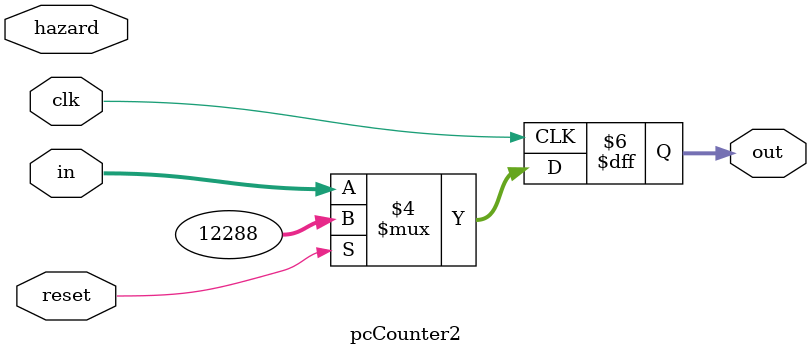
<source format=v>
module pcCounter2(
//input clk, HazardUnitControl ;
input clk,
input hazard,
input reset,
input [31:0] in,
 output reg [31:0] out
);

reg [31:0] holdState;

always @(posedge clk)
if (reset == 1)
  begin        
    out[31:0] = 32'h00003000;
end 

else begin 
out = in; 
end
endmodule

/*


begin 
holdState = jumpMuxToPC;
//instr = holdState; 
//end

//always @(clk)
//begin 
instr = holdState;
end

endmodule
*/
</source>
